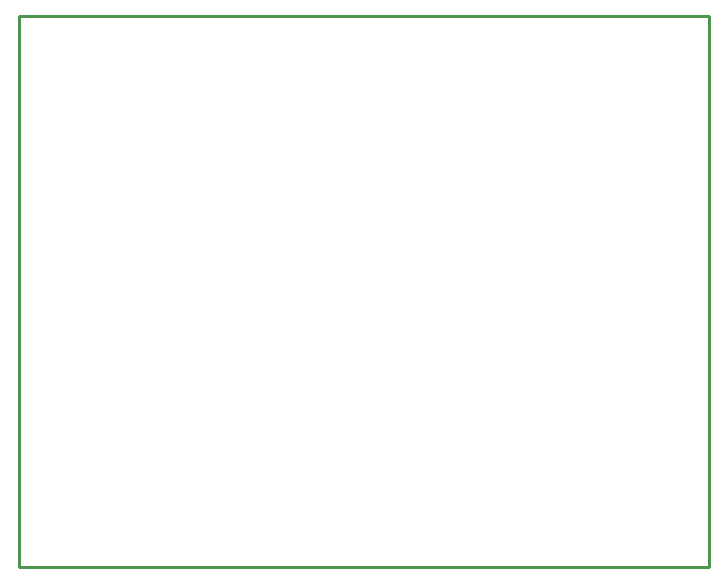
<source format=gbr>
G04 EAGLE Gerber RS-274X export*
G75*
%MOMM*%
%FSLAX34Y34*%
%LPD*%
%IN*%
%IPPOS*%
%AMOC8*
5,1,8,0,0,1.08239X$1,22.5*%
G01*
%ADD10C,0.254000*%


D10*
X-38100Y533400D02*
X545900Y533400D01*
X545900Y1000000D01*
X-38100Y1000000D01*
X-38100Y533400D01*
M02*

</source>
